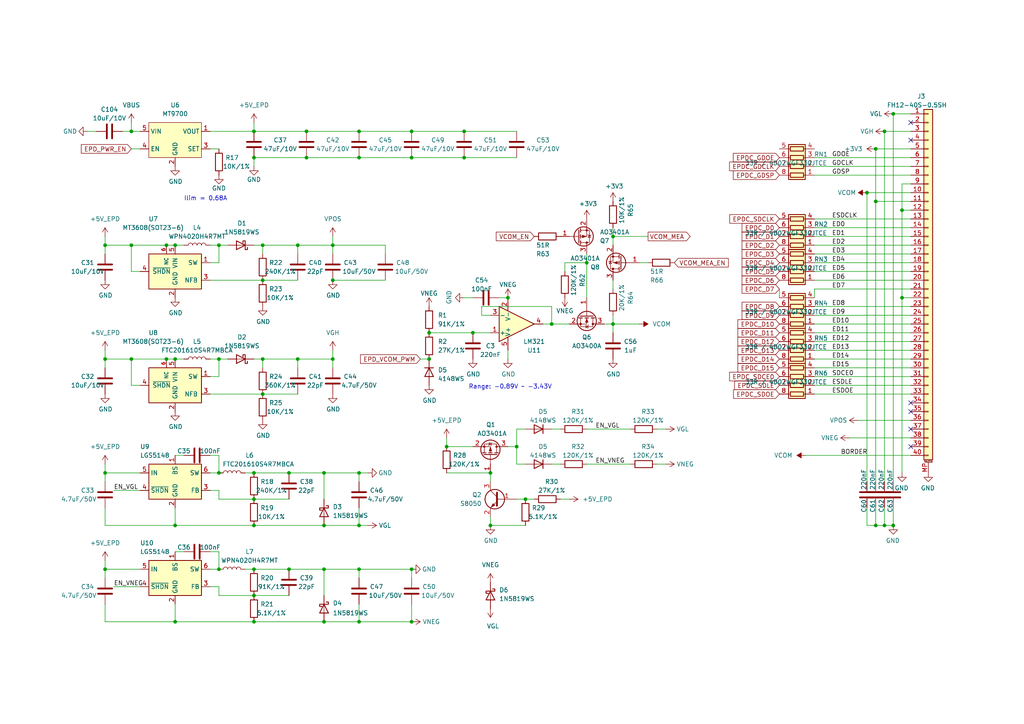
<source format=kicad_sch>
(kicad_sch (version 20231120) (generator "eeschema") (generator_version "8.0")
  (paper "A4")
  (title_block (title "Caster EPDC") (date "2022-07-03") (rev "R0.4") (company "Copyright 2022 Modos / Engineer: Wenting Zhang"))
  (junction (at 160.02 93.98))
  (junction (at 50.8 180.34))
  (junction (at 177.8 68.58))
  (junction (at 170.18 76.2))
  (junction (at 50.8 104.14))
  (junction (at 137.16 96.52))
  (junction (at 50.8 71.12))
  (junction (at 104.14 45.72))
  (junction (at 149.86 129.54))
  (junction (at 76.2 71.12))
  (junction (at 129.54 129.54))
  (junction (at 119.38 38.1))
  (junction (at 119.38 165.1))
  (junction (at 104.14 165.1))
  (junction (at 86.36 104.14))
  (junction (at 88.9 45.72))
  (junction (at 254 152.4) (diameter 0.9144))
  (junction (at 251.46 55.88))
  (junction (at 259.08 152.4) (diameter 0.9144))
  (junction (at 152.4 144.78))
  (junction (at 73.66 144.78) (diameter 0.9144))
  (junction (at 63.5 137.16))
  (junction (at 73.66 38.1))
  (junction (at 104.14 137.16))
  (junction (at 124.46 96.52))
  (junction (at 73.66 165.1) (diameter 0.9144))
  (junction (at 48.26 104.14))
  (junction (at 73.66 180.34))
  (junction (at 261.62 60.96) (diameter 0.9144))
  (junction (at 104.14 38.1))
  (junction (at 177.8 93.98))
  (junction (at 254 43.18))
  (junction (at 142.24 152.4))
  (junction (at 38.1 104.14))
  (junction (at 73.66 152.4))
  (junction (at 76.2 114.3) (diameter 0.9144))
  (junction (at 119.38 180.34))
  (junction (at 63.5 71.12))
  (junction (at 88.9 38.1))
  (junction (at 73.66 137.16) (diameter 0.9144))
  (junction (at 259.08 33.02) (diameter 0.9144))
  (junction (at 63.5 104.14))
  (junction (at 38.1 38.1))
  (junction (at 38.1 71.12))
  (junction (at 30.48 165.1))
  (junction (at 124.46 104.14))
  (junction (at 256.54 152.4) (diameter 0.9144))
  (junction (at 147.32 86.36))
  (junction (at 256.54 38.1) (diameter 0.9144))
  (junction (at 104.14 152.4))
  (junction (at 50.8 152.4))
  (junction (at 48.26 71.12))
  (junction (at 104.14 180.34))
  (junction (at 119.38 45.72))
  (junction (at 83.82 165.1))
  (junction (at 96.52 71.12))
  (junction (at 142.24 137.16))
  (junction (at 96.52 81.28))
  (junction (at 96.52 104.14))
  (junction (at 93.98 180.34))
  (junction (at 76.2 104.14))
  (junction (at 86.36 71.12))
  (junction (at 63.5 165.1))
  (junction (at 134.62 45.72))
  (junction (at 73.66 172.72) (diameter 0.9144))
  (junction (at 73.66 45.72))
  (junction (at 93.98 137.16))
  (junction (at 93.98 152.4))
  (junction (at 30.48 137.16))
  (junction (at 83.82 137.16))
  (junction (at 76.2 81.28) (diameter 0.9144))
  (junction (at 93.98 165.1))
  (junction (at 261.62 86.36) (diameter 0.9144))
  (junction (at 30.48 104.14))
  (junction (at 30.48 71.12))
  (junction (at 254 58.42) (diameter 0.9144))
  (junction (at 134.62 38.1))
  (no_connect (at 264.16 129.54))
  (no_connect (at 264.16 116.84))
  (no_connect (at 264.16 119.38))
  (no_connect (at 264.16 124.46))
  (no_connect (at 264.16 35.56))
  (no_connect (at 264.16 40.64))
  (wire (pts (xy 30.48 175.26) (xy 30.48 180.34)))
  (wire (pts (xy 63.5 71.12) (xy 66.04 71.12)))
  (wire (pts (xy 60.96 170.18) (xy 63.5 170.18)))
  (wire (pts (xy 137.16 86.36) (xy 134.62 86.36)))
  (wire (pts (xy 236.22 68.58) (xy 264.16 68.58)))
  (wire (pts (xy 149.86 134.62) (xy 152.4 134.62)))
  (wire (pts (xy 86.36 71.12) (xy 86.36 73.66)))
  (wire (pts (xy 73.66 144.78) (xy 63.5 144.78)))
  (wire (pts (xy 147.32 129.54) (xy 149.86 129.54)))
  (wire (pts (xy 73.66 38.1) (xy 88.9 38.1)))
  (wire (pts (xy 236.22 83.82) (xy 264.16 83.82)))
  (wire (pts (xy 256.54 38.1) (xy 264.16 38.1)))
  (wire (pts (xy 163.83 76.2) (xy 163.83 78.74)))
  (wire (pts (xy 73.66 137.16) (xy 83.82 137.16)))
  (wire (pts (xy 139.7 91.44) (xy 142.24 91.44)))
  (wire (pts (xy 50.8 152.4) (xy 73.66 152.4)))
  (wire (pts (xy 134.62 45.72) (xy 149.86 45.72)))
  (wire (pts (xy 76.2 114.3) (xy 86.36 114.3)))
  (wire (pts (xy 30.48 162.56) (xy 30.48 165.1)))
  (wire (pts (xy 30.48 71.12) (xy 30.48 73.66)))
  (wire (pts (xy 38.1 43.18) (xy 40.64 43.18)))
  (wire (pts (xy 254 58.42) (xy 254 139.7)))
  (wire (pts (xy 73.66 172.72) (xy 83.82 172.72)))
  (wire (pts (xy 177.8 66.04) (xy 177.8 68.58)))
  (wire (pts (xy 236.22 45.72) (xy 264.16 45.72)))
  (wire (pts (xy 251.46 55.88) (xy 264.16 55.88)))
  (wire (pts (xy 175.26 93.98) (xy 177.8 93.98)))
  (wire (pts (xy 160.02 124.46) (xy 162.56 124.46)))
  (wire (pts (xy 236.22 63.5) (xy 264.16 63.5)))
  (wire (pts (xy 96.52 71.12) (xy 96.52 73.66)))
  (wire (pts (xy 50.8 132.08) (xy 53.34 132.08)))
  (wire (pts (xy 236.22 73.66) (xy 264.16 73.66)))
  (wire (pts (xy 30.48 137.16) (xy 30.48 139.7)))
  (wire (pts (xy 236.22 99.06) (xy 264.16 99.06)))
  (wire (pts (xy 226.06 83.82) (xy 226.06 86.36)))
  (wire (pts (xy 261.62 53.34) (xy 261.62 60.96)))
  (wire (pts (xy 119.38 38.1) (xy 134.62 38.1)))
  (wire (pts (xy 236.22 88.9) (xy 264.16 88.9)))
  (wire (pts (xy 60.96 81.28) (xy 76.2 81.28)))
  (wire (pts (xy 121.92 104.14) (xy 124.46 104.14)))
  (wire (pts (xy 149.86 124.46) (xy 149.86 129.54)))
  (wire (pts (xy 124.46 96.52) (xy 137.16 96.52)))
  (wire (pts (xy 177.8 91.44) (xy 177.8 93.98)))
  (wire (pts (xy 60.96 109.22) (xy 63.5 109.22)))
  (wire (pts (xy 38.1 71.12) (xy 38.1 78.74)))
  (wire (pts (xy 38.1 71.12) (xy 48.26 71.12)))
  (wire (pts (xy 104.14 45.72) (xy 119.38 45.72)))
  (wire (pts (xy 48.26 104.14) (xy 50.8 104.14)))
  (wire (pts (xy 190.5 134.62) (xy 193.04 134.62)))
  (wire (pts (xy 104.14 180.34) (xy 119.38 180.34)))
  (wire (pts (xy 93.98 137.16) (xy 93.98 144.78)))
  (wire (pts (xy 236.22 106.68) (xy 264.16 106.68)))
  (wire (pts (xy 261.62 60.96) (xy 261.62 86.36)))
  (wire (pts (xy 63.5 104.14) (xy 66.04 104.14)))
  (wire (pts (xy 73.66 104.14) (xy 76.2 104.14)))
  (wire (pts (xy 96.52 101.6) (xy 96.52 104.14)))
  (wire (pts (xy 93.98 137.16) (xy 104.14 137.16)))
  (wire (pts (xy 50.8 104.14) (xy 53.34 104.14)))
  (wire (pts (xy 60.96 160.02) (xy 63.5 160.02)))
  (wire (pts (xy 236.22 109.22) (xy 264.16 109.22)))
  (wire (pts (xy 157.48 93.98) (xy 160.02 93.98)))
  (wire (pts (xy 177.8 93.98) (xy 177.8 96.52)))
  (wire (pts (xy 63.5 165.1) (xy 60.96 165.1)))
  (wire (pts (xy 40.64 111.76) (xy 38.1 111.76)))
  (wire (pts (xy 30.48 180.34) (xy 50.8 180.34)))
  (wire (pts (xy 119.38 165.1) (xy 119.38 167.64)))
  (wire (pts (xy 73.66 165.1) (xy 83.82 165.1)))
  (wire (pts (xy 163.83 76.2) (xy 170.18 76.2)))
  (wire (pts (xy 177.8 81.28) (xy 177.8 83.82)))
  (wire (pts (xy 149.86 129.54) (xy 149.86 134.62)))
  (wire (pts (xy 236.22 81.28) (xy 264.16 81.28)))
  (wire (pts (xy 73.66 172.72) (xy 63.5 172.72)))
  (wire (pts (xy 236.22 93.98) (xy 264.16 93.98)))
  (wire (pts (xy 60.96 114.3) (xy 76.2 114.3)))
  (wire (pts (xy 104.14 165.1) (xy 119.38 165.1)))
  (wire (pts (xy 63.5 142.24) (xy 63.5 144.78)))
  (wire (pts (xy 88.9 45.72) (xy 104.14 45.72)))
  (wire (pts (xy 76.2 81.28) (xy 86.36 81.28)))
  (wire (pts (xy 170.18 134.62) (xy 182.88 134.62)))
  (wire (pts (xy 73.66 38.1) (xy 73.66 35.56)))
  (wire (pts (xy 50.8 180.34) (xy 73.66 180.34)))
  (wire (pts (xy 83.82 165.1) (xy 93.98 165.1)))
  (wire (pts (xy 254 43.18) (xy 264.16 43.18)))
  (wire (pts (xy 60.96 43.18) (xy 63.5 43.18)))
  (wire (pts (xy 160.02 93.98) (xy 165.1 93.98)))
  (wire (pts (xy 30.48 104.14) (xy 30.48 106.68)))
  (wire (pts (xy 63.5 170.18) (xy 63.5 172.72)))
  (wire (pts (xy 236.22 50.8) (xy 264.16 50.8)))
  (wire (pts (xy 76.2 71.12) (xy 86.36 71.12)))
  (wire (pts (xy 76.2 104.14) (xy 86.36 104.14)))
  (wire (pts (xy 162.56 144.78) (xy 165.1 144.78)))
  (wire (pts (xy 177.8 68.58) (xy 187.96 68.58)))
  (wire (pts (xy 129.54 127) (xy 129.54 129.54)))
  (wire (pts (xy 48.26 71.12) (xy 50.8 71.12)))
  (wire (pts (xy 38.1 104.14) (xy 48.26 104.14)))
  (wire (pts (xy 119.38 175.26) (xy 119.38 180.34)))
  (wire (pts (xy 149.86 144.78) (xy 152.4 144.78)))
  (wire (pts (xy 96.52 81.28) (xy 111.76 81.28)))
  (wire (pts (xy 25.4 38.1) (xy 27.94 38.1)))
  (wire (pts (xy 251.46 147.32) (xy 251.46 152.4)))
  (wire (pts (xy 104.14 152.4) (xy 106.68 152.4)))
  (wire (pts (xy 256.54 152.4) (xy 259.08 152.4)))
  (wire (pts (xy 40.64 78.74) (xy 38.1 78.74)))
  (wire (pts (xy 236.22 114.3) (xy 264.16 114.3)))
  (wire (pts (xy 251.46 55.88) (xy 251.46 139.7)))
  (wire (pts (xy 236.22 96.52) (xy 264.16 96.52)))
  (wire (pts (xy 261.62 86.36) (xy 264.16 86.36)))
  (wire (pts (xy 73.66 165.1) (xy 71.12 165.1)))
  (wire (pts (xy 142.24 137.16) (xy 142.24 139.7)))
  (wire (pts (xy 30.48 101.6) (xy 30.48 104.14)))
  (wire (pts (xy 261.62 86.36) (xy 261.62 137.16)))
  (wire (pts (xy 104.14 165.1) (xy 104.14 167.64)))
  (wire (pts (xy 259.08 33.02) (xy 259.08 139.7)))
  (wire (pts (xy 73.66 180.34) (xy 93.98 180.34)))
  (wire (pts (xy 76.2 104.14) (xy 76.2 106.68)))
  (wire (pts (xy 111.76 71.12) (xy 111.76 73.66)))
  (wire (pts (xy 63.5 137.16) (xy 60.96 137.16)))
  (wire (pts (xy 73.66 152.4) (xy 93.98 152.4)))
  (wire (pts (xy 236.22 91.44) (xy 264.16 91.44)))
  (wire (pts (xy 259.08 147.32) (xy 259.08 152.4)))
  (wire (pts (xy 63.5 76.2) (xy 63.5 71.12)))
  (wire (pts (xy 96.52 71.12) (xy 111.76 71.12)))
  (wire (pts (xy 104.14 137.16) (xy 104.14 139.7)))
  (wire (pts (xy 142.24 149.86) (xy 142.24 152.4)))
  (wire (pts (xy 63.5 160.02) (xy 63.5 165.1)))
  (wire (pts (xy 50.8 147.32) (xy 50.8 152.4)))
  (wire (pts (xy 129.54 137.16) (xy 142.24 137.16)))
  (wire (pts (xy 60.96 104.14) (xy 63.5 104.14)))
  (wire (pts (xy 104.14 147.32) (xy 104.14 152.4)))
  (wire (pts (xy 60.96 71.12) (xy 63.5 71.12)))
  (wire (pts (xy 236.22 101.6) (xy 264.16 101.6)))
  (wire (pts (xy 137.16 96.52) (xy 142.24 96.52)))
  (wire (pts (xy 83.82 137.16) (xy 93.98 137.16)))
  (wire (pts (xy 104.14 137.16) (xy 106.68 137.16)))
  (wire (pts (xy 76.2 71.12) (xy 76.2 73.66)))
  (wire (pts (xy 139.7 88.9) (xy 139.7 91.44)))
  (wire (pts (xy 93.98 180.34) (xy 104.14 180.34)))
  (wire (pts (xy 86.36 71.12) (xy 96.52 71.12)))
  (wire (pts (xy 152.4 124.46) (xy 149.86 124.46)))
  (wire (pts (xy 104.14 38.1) (xy 119.38 38.1)))
  (wire (pts (xy 93.98 152.4) (xy 104.14 152.4)))
  (wire (pts (xy 259.08 33.02) (xy 264.16 33.02)))
  (wire (pts (xy 30.48 147.32) (xy 30.48 152.4)))
  (wire (pts (xy 190.5 124.46) (xy 193.04 124.46)))
  (wire (pts (xy 254 58.42) (xy 264.16 58.42)))
  (wire (pts (xy 119.38 45.72) (xy 134.62 45.72)))
  (wire (pts (xy 129.54 129.54) (xy 137.16 129.54)))
  (wire (pts (xy 63.5 109.22) (xy 63.5 104.14)))
  (wire (pts (xy 88.9 38.1) (xy 104.14 38.1)))
  (wire (pts (xy 35.56 38.1) (xy 38.1 38.1)))
  (wire (pts (xy 236.22 104.14) (xy 264.16 104.14)))
  (wire (pts (xy 38.1 35.56) (xy 38.1 38.1)))
  (wire (pts (xy 170.18 124.46) (xy 182.88 124.46)))
  (wire (pts (xy 73.66 45.72) (xy 88.9 45.72)))
  (wire (pts (xy 261.62 60.96) (xy 264.16 60.96)))
  (wire (pts (xy 256.54 38.1) (xy 256.54 139.7)))
  (wire (pts (xy 93.98 165.1) (xy 93.98 172.72)))
  (wire (pts (xy 33.02 142.24) (xy 40.64 142.24)))
  (wire (pts (xy 30.48 165.1) (xy 40.64 165.1)))
  (wire (pts (xy 30.48 71.12) (xy 38.1 71.12)))
  (wire (pts (xy 256.54 147.32) (xy 256.54 152.4)))
  (wire (pts (xy 73.66 45.72) (xy 73.66 48.26)))
  (wire (pts (xy 96.52 68.58) (xy 96.52 71.12)))
  (wire (pts (xy 73.66 71.12) (xy 76.2 71.12)))
  (wire (pts (xy 30.48 137.16) (xy 40.64 137.16)))
  (wire (pts (xy 104.14 175.26) (xy 104.14 180.34)))
  (wire (pts (xy 147.32 101.6) (xy 147.32 104.14)))
  (wire (pts (xy 33.02 170.18) (xy 40.64 170.18)))
  (wire (pts (xy 147.32 86.36) (xy 144.78 86.36)))
  (wire (pts (xy 63.5 132.08) (xy 63.5 137.16)))
  (wire (pts (xy 177.8 93.98) (xy 185.42 93.98)))
  (wire (pts (xy 50.8 71.12) (xy 53.34 71.12)))
  (wire (pts (xy 73.66 137.16) (xy 71.12 137.16)))
  (wire (pts (xy 246.38 127) (xy 264.16 127)))
  (wire (pts (xy 86.36 104.14) (xy 96.52 104.14)))
  (wire (pts (xy 60.96 142.24) (xy 63.5 142.24)))
  (wire (pts (xy 236.22 66.04) (xy 264.16 66.04)))
  (wire (pts (xy 170.18 73.66) (xy 170.18 76.2)))
  (wire (pts (xy 96.52 104.14) (xy 96.52 106.68)))
  (wire (pts (xy 38.1 104.14) (xy 38.1 111.76)))
  (wire (pts (xy 30.48 165.1) (xy 30.48 167.64)))
  (wire (pts (xy 30.48 104.14) (xy 38.1 104.14)))
  (wire (pts (xy 236.22 111.76) (xy 264.16 111.76)))
  (wire (pts (xy 236.22 76.2) (xy 264.16 76.2)))
  (wire (pts (xy 160.02 88.9) (xy 139.7 88.9)))
  (wire (pts (xy 236.22 83.82) (xy 236.22 86.36)))
  (wire (pts (xy 254 43.18) (xy 254 58.42)))
  (wire (pts (xy 170.18 76.2) (xy 170.18 86.36)))
  (wire (pts (xy 236.22 71.12) (xy 264.16 71.12)))
  (wire (pts (xy 152.4 144.78) (xy 154.94 144.78)))
  (wire (pts (xy 160.02 134.62) (xy 162.56 134.62)))
  (wire (pts (xy 248.92 121.92) (xy 264.16 121.92)))
  (wire (pts (xy 50.8 175.26) (xy 50.8 180.34)))
  (wire (pts (xy 134.62 38.1) (xy 149.86 38.1)))
  (wire (pts (xy 236.22 48.26) (xy 264.16 48.26)))
  (wire (pts (xy 160.02 93.98) (xy 160.02 88.9)))
  (wire (pts (xy 30.48 152.4) (xy 50.8 152.4)))
  (wire (pts (xy 251.46 152.4) (xy 254 152.4)))
  (wire (pts (xy 254 147.32) (xy 254 152.4)))
  (wire (pts (xy 142.24 152.4) (xy 152.4 152.4)))
  (wire (pts (xy 233.68 132.08) (xy 264.16 132.08)))
  (wire (pts (xy 60.96 132.08) (xy 63.5 132.08)))
  (wire (pts (xy 254 152.4) (xy 256.54 152.4)))
  (wire (pts (xy 50.8 160.02) (xy 53.34 160.02)))
  (wire (pts (xy 264.16 53.34) (xy 261.62 53.34)))
  (wire (pts (xy 73.66 144.78) (xy 83.82 144.78)))
  (wire (pts (xy 236.22 78.74) (xy 264.16 78.74)))
  (wire (pts (xy 38.1 38.1) (xy 40.64 38.1)))
  (wire (pts (xy 30.48 68.58) (xy 30.48 71.12)))
  (wire (pts (xy 177.8 71.12) (xy 177.8 68.58)))
  (wire (pts (xy 60.96 38.1) (xy 73.66 38.1)))
  (wire (pts (xy 93.98 165.1) (xy 104.14 165.1)))
  (wire (pts (xy 86.36 104.14) (xy 86.36 106.68)))
  (wire (pts (xy 30.48 134.62) (xy 30.48 137.16)))
  (wire (pts (xy 185.42 76.2) (xy 187.96 76.2)))
  (wire (pts (xy 60.96 76.2) (xy 63.5 76.2)))
  (text "Ilim = 0.68A" (at 53.34 58.42 0) (effects (font (size 1.27 1.27)) (justify left bottom)))
  (text "Range: -0.89V ~ -3.43V" (at 135.89 113.03 0) (effects (font (size 1.27 1.27)) (justify left bottom)))
  (label "EN_VGL" (at 33.02 142.24 0))
  (label "GDOE" (at 241.3 45.72 0))
  (label "ED15" (at 241.3 106.68 0))
  (label "ED14" (at 241.3 104.14 0))
  (label "ED13" (at 241.3 101.6 0))
  (label "ESDCLK" (at 241.3 63.5 0))
  (label "GDCLK" (at 241.3 48.26 0))
  (label "ESDLE" (at 241.3 111.76 0))
  (label "ED1" (at 241.3 68.58 0))
  (label "ED9" (at 241.3 91.44 0))
  (label "ED10" (at 241.3 93.98 0))
  (label "EN_VGL" (at 172.72 124.46 0))
  (label "ED11" (at 241.3 96.52 0))
  (label "EN_VNEG" (at 172.72 134.62 0))
  (label "ESDOE" (at 241.3 114.3 0))
  (label "ED7" (at 241.3 83.82 0))
  (label "ED6" (at 241.3 81.28 0))
  (label "ED2" (at 241.3 71.12 0))
  (label "GDSP" (at 241.3 50.8 0))
  (label "EN_VNEG" (at 33.02 170.18 0))
  (label "BORDER" (at 243.84 132.08 0))
  (label "ED5" (at 241.3 78.74 0))
  (label "ED12" (at 241.3 99.06 0))
  (label "ED4" (at 241.3 76.2 0))
  (label "ED3" (at 241.3 73.66 0))
  (label "ED8" (at 241.3 88.9 0))
  (label "SDCE0" (at 241.3 109.22 0))
  (label "ED0" (at 241.3 66.04 0))
  (global_label "EPDC_D2" (shape input) (at 226.06 71.12 180) (property "Intersheetrefs" "${INTERSHEET_REFS}" (effects (hide yes))))
  (global_label "EPDC_D9" (shape input) (at 226.06 91.44 180) (property "Intersheetrefs" "${INTERSHEET_REFS}" (effects (hide yes))))
  (global_label "VCOM_EN" (shape input) (at 154.94 68.58 180) (property "Intersheetrefs" "${INTERSHEET_REFS}" (effects (hide yes))))
  (global_label "EPDC_GDSP" (shape input) (at 226.06 50.8 180) (property "Intersheetrefs" "${INTERSHEET_REFS}" (effects (hide yes))))
  (global_label "EPDC_D4" (shape input) (at 226.06 76.2 180) (property "Intersheetrefs" "${INTERSHEET_REFS}" (effects (hide yes))))
  (global_label "EPDC_D11" (shape input) (at 226.06 96.52 180) (property "Intersheetrefs" "${INTERSHEET_REFS}" (effects (hide yes))))
  (global_label "EPDC_D15" (shape input) (at 226.06 106.68 180) (property "Intersheetrefs" "${INTERSHEET_REFS}" (effects (hide yes))))
  (global_label "EPDC_SDCLK" (shape input) (at 226.06 63.5 180) (property "Intersheetrefs" "${INTERSHEET_REFS}" (effects (hide yes))))
  (global_label "EPDC_GDOE" (shape input) (at 226.06 45.72 180) (property "Intersheetrefs" "${INTERSHEET_REFS}" (effects (hide yes))))
  (global_label "EPDC_D8" (shape input) (at 226.06 88.9 180) (property "Intersheetrefs" "${INTERSHEET_REFS}" (effects (hide yes))))
  (global_label "EPDC_GDCLK" (shape input) (at 226.06 48.26 180) (property "Intersheetrefs" "${INTERSHEET_REFS}" (effects (hide yes))))
  (global_label "VCOM_MEA" (shape output) (at 187.96 68.58 0) (property "Intersheetrefs" "${INTERSHEET_REFS}" (effects (hide yes))))
  (global_label "EPDC_D7" (shape input) (at 226.06 83.82 180) (property "Intersheetrefs" "${INTERSHEET_REFS}" (effects (hide yes))))
  (global_label "EPDC_SDOE" (shape input) (at 226.06 114.3 180) (property "Intersheetrefs" "${INTERSHEET_REFS}" (effects (hide yes))))
  (global_label "VCOM_MEA_EN" (shape input) (at 195.58 76.2 0) (property "Intersheetrefs" "${INTERSHEET_REFS}" (effects (hide yes))))
  (global_label "EPDC_D12" (shape input) (at 226.06 99.06 180) (property "Intersheetrefs" "${INTERSHEET_REFS}" (effects (hide yes))))
  (global_label "EPDC_D13" (shape input) (at 226.06 101.6 180) (property "Intersheetrefs" "${INTERSHEET_REFS}" (effects (hide yes))))
  (global_label "EPDC_D6" (shape input) (at 226.06 81.28 180) (property "Intersheetrefs" "${INTERSHEET_REFS}" (effects (hide yes))))
  (global_label "EPDC_D14" (shape input) (at 226.06 104.14 180) (property "Intersheetrefs" "${INTERSHEET_REFS}" (effects (hide yes))))
  (global_label "EPDC_SDLE" (shape input) (at 226.06 111.76 180) (property "Intersheetrefs" "${INTERSHEET_REFS}" (effects (hide yes))))
  (global_label "EPDC_D5" (shape input) (at 226.06 78.74 180) (property "Intersheetrefs" "${INTERSHEET_REFS}" (effects (hide yes))))
  (global_label "EPDC_D0" (shape input) (at 226.06 66.04 180) (property "Intersheetrefs" "${INTERSHEET_REFS}" (effects (hide yes))))
  (global_label "EPD_VCOM_PWM" (shape input) (at 121.92 104.14 180) (property "Intersheetrefs" "${INTERSHEET_REFS}" (effects (hide yes))))
  (global_label "EPDC_D10" (shape input) (at 226.06 93.98 180) (property "Intersheetrefs" "${INTERSHEET_REFS}" (effects (hide yes))))
  (global_label "EPDC_SDCE0" (shape input) (at 226.06 109.22 180) (property "Intersheetrefs" "${INTERSHEET_REFS}" (effects (hide yes))))
  (global_label "EPDC_D3" (shape input) (at 226.06 73.66 180) (property "Intersheetrefs" "${INTERSHEET_REFS}" (effects (hide yes))))
  (global_label "EPDC_D1" (shape input) (at 226.06 68.58 180) (property "Intersheetrefs" "${INTERSHEET_REFS}" (effects (hide yes))))
  (global_label "EPD_PWR_EN" (shape input) (at 38.1 43.18 180) (property "Intersheetrefs" "${INTERSHEET_REFS}" (effects (hide yes))))
  (symbol (lib_id "power:GND") (at 106.68 137.16 90) (unit 1)
    (property "Reference" "#PWR068" (effects (hide yes)))
    (property "Value" "GND" (at 111.76 137.16 90))
  )
  (symbol (lib_id "symbols:VNEG") (at 246.38 127 90) (unit 1)
    (property "Reference" "#PWR088" (effects (hide yes)))
    (property "Value" "VNEG" (at 240.665 127 90))
  )
  (symbol (lib_id "Device:C") (at 140.97 86.36 90) (mirror x) (unit 1)
    (property "Reference" "C54" (at 139.7 81.28 90))
    (property "Value" "100nF" (at 139.7 83.82 90))
    (property "Footprint" "Capacitor_SMD:C_0402_1005Metric" (effects (hide yes)))
  )
  (symbol (lib_id "symbols:+5V_EPD") (at 30.48 101.6 0) (unit 1)
    (property "Reference" "#PWR051" (effects (hide yes)))
    (property "Value" "+5V_EPD" (at 30.48 96.52 0))
  )
  (symbol (lib_id "symbols:VNEG") (at 124.46 88.9 0) (unit 1)
    (property "Reference" "#PWR072" (effects (hide yes)))
    (property "Value" "VNEG" (at 124.46 85.09 0))
  )
  (symbol (lib_id "Device:C") (at 57.15 132.08 270) (unit 1)
    (property "Reference" "C35" (at 53.34 130.81 90))
    (property "Value" "100nF" (at 60.96 130.81 90))
    (property "Footprint" "Capacitor_SMD:C_0402_1005Metric" (effects (hide yes)))
  )
  (symbol (lib_id "Device:R") (at 158.75 68.58 90) (unit 1)
    (property "Reference" "R63" (at 157.48 73.66 90))
    (property "Value" "51R" (at 157.48 71.12 90))
    (property "Footprint" "Resistor_SMD:R_0402_1005Metric" (effects (hide yes)))
  )
  (symbol (lib_id "Device:R_Pack04") (at 231.14 88.9 90) (unit 1)
    (property "Reference" "RN4" (at 240.1316 87.9348 90) (effects (justify left)))
    (property "Value" "33R / 4D02WGF330JTCE" (at 239.903 90.4748 90) (effects (justify left)))
    (property "Footprint" "Resistor_SMD:R_Array_Convex_4x0402" (effects (hide yes)))
  )
  (symbol (lib_id "Device:R") (at 152.4 148.59 180) (unit 1)
    (property "Reference" "R29" (at 156.21 147.32 0))
    (property "Value" "5.1K/1%" (at 157.48 149.86 0))
    (property "Footprint" "Resistor_SMD:R_0402_1005Metric" (effects (hide yes)))
  )
  (symbol (lib_id "Device:R") (at 163.83 82.55 0) (mirror y) (unit 1)
    (property "Reference" "R62" (at 168.91 81.28 90))
    (property "Value" "120K/1%" (at 166.37 81.28 90))
    (property "Footprint" "Resistor_SMD:R_0402_1005Metric" (effects (hide yes)))
  )
  (symbol (lib_id "symbols:SY8120") (at 50.8 139.7 0) (unit 1)
    (property "Reference" "U9" (at 40.64 129.54 0) (effects (justify left)))
    (property "Value" "LGS5148" (at 40.64 132.08 0) (effects (justify left)))
    (property "Footprint" "Package_TO_SOT_SMD:TSOT-23-6" (effects (hide yes)))
  )
  (symbol (lib_id "symbols:+5V_EPD") (at 165.1 144.78 270) (unit 1)
    (property "Reference" "#PWR083" (effects (hide yes)))
    (property "Value" "+5V_EPD" (at 168.91 144.78 90) (effects (justify left)))
  )
  (symbol (lib_id "Device:C") (at 149.86 41.91 0) (mirror x) (unit 1)
    (property "Reference" "C53" (at 157.48 40.64 0))
    (property "Value" "47uF/10V" (at 157.48 43.18 0))
    (property "Footprint" "Capacitor_SMD:C_1206_3216Metric" (effects (hide yes)))
    (property "LCSC" "C105490" (effects (hide yes)))
    (property "Ref.Price" "0.0165" (effects (hide yes)))
  )
  (symbol (lib_id "Device:C") (at 259.08 143.51 0) (unit 1)
    (property "Reference" "C63" (at 258.191 148.6916 90) (effects (justify left)))
    (property "Value" "220nF" (at 258.191 142.113 90) (effects (justify left)))
    (property "Footprint" "Capacitor_SMD:C_0402_1005Metric" (effects (hide yes)))
    (property "LCSC" "C880414" (effects (hide yes)))
    (property "Ref.Price" "0.0036" (effects (hide yes)))
  )
  (symbol (lib_id "Device:C") (at 73.66 41.91 0) (mirror x) (unit 1)
    (property "Reference" "C37" (at 81.28 40.64 0))
    (property "Value" "47uF/10V" (at 81.28 43.18 0))
    (property "Footprint" "Capacitor_SMD:C_1206_3216Metric" (effects (hide yes)))
    (property "LCSC" "C105490" (effects (hide yes)))
    (property "Ref.Price" "0.0165" (effects (hide yes)))
  )
  (symbol (lib_id "Device:L") (at 57.15 71.12 90) (unit 1)
    (property "Reference" "L4" (at 57.15 66.04 90))
    (property "Value" "WPN4020H4R7MT" (at 57.15 68.58 90))
    (property "Footprint" "Inductor_SMD:L_Changjiang_FNR4020S" (effects (hide yes)))
  )
  (symbol (lib_id "Device:R") (at 73.66 140.97 180) (unit 1)
    (property "Reference" "R18" (at 77.47 139.7 0))
    (property "Value" "240K/1%" (at 78.74 142.24 0))
    (property "Footprint" "Resistor_SMD:R_0402_1005Metric" (effects (hide yes)))
  )
  (symbol (lib_id "Device:C") (at 31.75 38.1 90) (unit 1)
    (property "Reference" "C104" (at 31.75 31.75 90))
    (property "Value" "10uF/10V" (at 31.75 34.29 90))
    (property "Footprint" "Capacitor_SMD:C_0805_2012Metric" (effects (hide yes)))
  )
  (symbol (lib_id "Device:R") (at 186.69 124.46 270) (unit 1)
    (property "Reference" "R33" (at 187.96 119.38 90))
    (property "Value" "120K/1%" (at 187.96 121.92 90))
    (property "Footprint" "Resistor_SMD:R_0402_1005Metric" (effects (hide yes)))
  )
  (symbol (lib_id "Device:C") (at 251.46 143.51 0) (unit 1)
    (property "Reference" "C60" (at 250.571 148.6916 90) (effects (justify left)))
    (property "Value" "220nF" (at 250.571 142.113 90) (effects (justify left)))
    (property "Footprint" "Capacitor_SMD:C_0402_1005Metric" (effects (hide yes)))
    (property "LCSC" "C880414" (effects (hide yes)))
    (property "Ref.Price" "0.0036" (effects (hide yes)))
  )
  (symbol (lib_id "power:+3V3") (at 254 43.18 90) (unit 1)
    (property "Reference" "#PWR091" (effects (hide yes)))
    (property "Value" "+3V3" (at 250.19 43.18 90) (effects (justify left)))
  )
  (symbol (lib_id "Diode:1N5819WS") (at 93.98 176.53 270) (unit 1)
    (property "Reference" "D4" (at 96.52 174.9425 90) (effects (justify left)))
    (property "Value" "1N5819WS" (at 96.52 177.8 90) (effects (justify left)))
    (property "Footprint" "Diode_SMD:D_SOD-323" (effects (hide yes)))
    (property "Datasheet" "https://datasheet.lcsc.com/lcsc/2204281430_Guangdong-Hottech-1N5819WS_C191023.pdf" (effects (hide yes)))
  )
  (symbol (lib_id "Device:R") (at 166.37 134.62 270) (unit 1)
    (property "Reference" "R32" (at 167.64 129.54 90))
    (property "Value" "120K/1%" (at 167.64 132.08 90))
    (property "Footprint" "Resistor_SMD:R_0402_1005Metric" (effects (hide yes)))
  )
  (symbol (lib_id "symbols:VNEG") (at 119.38 180.34 270) (unit 1)
    (property "Reference" "#PWR071" (effects (hide yes)))
    (property "Value" "VNEG" (at 125.095 180.34 90))
  )
  (symbol (lib_id "symbols:VGL") (at 106.68 152.4 270) (unit 1)
    (property "Reference" "#PWR069" (effects (hide yes)))
    (property "Value" "VGL" (at 109.855 152.4001 90) (effects (justify left)))
  )
  (symbol (lib_id "Device:R") (at 129.54 133.35 180) (unit 1)
    (property "Reference" "R28" (at 133.35 132.08 0))
    (property "Value" "120K/1%" (at 134.62 134.62 0))
    (property "Footprint" "Resistor_SMD:R_0402_1005Metric" (effects (hide yes)))
  )
  (symbol (lib_id "power:GND") (at 261.62 137.16 0) (mirror y) (unit 1)
    (property "Reference" "#PWR095" (effects (hide yes)))
    (property "Value" "GND" (at 261.493 141.5542 0))
  )
  (symbol (lib_id "Device:R") (at 191.77 76.2 90) (unit 1)
    (property "Reference" "R66" (at 190.5 81.28 90))
    (property "Value" "51R" (at 190.5 78.74 90))
    (property "Footprint" "Resistor_SMD:R_0402_1005Metric" (effects (hide yes)))
  )
  (symbol (lib_id "symbols:VGH") (at 96.52 101.6 0) (unit 1)
    (property "Reference" "#PWR066" (effects (hide yes)))
    (property "Value" "VGH" (at 96.52 96.52 0))
  )
  (symbol (lib_id "Device:C") (at 111.76 77.47 180) (unit 1)
    (property "Reference" "C48" (at 116.84 76.2 0))
    (property "Value" "10uF/50V" (at 119.38 78.74 0))
    (property "Footprint" "Capacitor_SMD:C_1206_3216Metric" (effects (hide yes)))
  )
  (symbol (lib_id "power:GND") (at 142.24 152.4 0) (unit 1)
    (property "Reference" "#PWR076" (effects (hide yes)))
    (property "Value" "GND" (at 142.367 156.7942 0))
  )
  (symbol (lib_id "Device:D") (at 156.21 124.46 180) (unit 1)
    (property "Reference" "D5" (at 157.48 119.38 0))
    (property "Value" "4148WS" (at 157.48 121.92 0))
    (property "Footprint" "Diode_SMD:D_SOD-323" (effects (hide yes)))
    (property "Sim.Device" "D" (effects (hide yes)))
    (property "Sim.Pins" "1=K 2=A" (effects (hide yes)))
    (instances (project "adapter" (path "" (reference "D5") (unit 1))) (project "pcb" (path "" (reference "D7") (unit 1))))
  )
  (symbol (lib_id "power:GND") (at 269.24 137.16 0) (mirror y) (unit 1)
    (property "Reference" "#PWR096" (effects (hide yes)))
    (property "Value" "GND" (at 269.113 141.5542 0))
  )
  (symbol (lib_id "Device:D") (at 156.21 134.62 180) (unit 1)
    (property "Reference" "D5" (at 157.48 129.54 0))
    (property "Value" "4148WS" (at 157.48 132.08 0))
    (property "Footprint" "Diode_SMD:D_SOD-323" (effects (hide yes)))
    (property "Sim.Device" "D" (effects (hide yes)))
    (property "Sim.Pins" "1=K 2=A" (effects (hide yes)))
    (instances (project "adapter" (path "" (reference "D5") (unit 1))) (project "pcb" (path "" (reference "D8") (unit 1))))
  )
  (symbol (lib_id "Device:R_Pack04") (at 231.14 109.22 90) (unit 1)
    (property "Reference" "RN6" (at 240.1316 108.2548 90) (effects (justify left)))
    (property "Value" "33R / 4D02WGF330JTCE" (at 239.903 110.7948 90) (effects (justify left)))
    (property "Footprint" "Resistor_SMD:R_Array_Convex_4x0402" (effects (hide yes)))
  )
  (symbol (lib_id "Device:R_Pack04") (at 231.14 99.06 90) (unit 1)
    (property "Reference" "RN5" (at 240.1316 98.0948 90) (effects (justify left)))
    (property "Value" "33R / 4D02WGF330JTCE" (at 239.903 100.6348 90) (effects (justify left)))
    (property "Footprint" "Resistor_SMD:R_Array_Convex_4x0402" (effects (hide yes)))
  )
  (symbol (lib_id "Device:C") (at 30.48 110.49 0) (mirror x) (unit 1)
    (property "Reference" "C32" (at 25.4 109.22 0))
    (property "Value" "10uF/10V" (at 25.4 111.76 0))
    (property "Footprint" "Capacitor_SMD:C_0805_2012Metric" (effects (hide yes)))
  )
  (symbol (lib_id "symbols:MT3608(SOT23-6)") (at 50.8 111.76 0) (unit 1)
    (property "Reference" "U8" (at 44.45 96.52 0))
    (property "Value" "MT3608(SOT23-6)" (at 44.45 99.06 0))
    (property "Footprint" "Package_TO_SOT_SMD:SOT-23-6" (effects (hide yes)))
  )
  (symbol (lib_id "Device:C") (at 30.48 77.47 0) (mirror x) (unit 1)
    (property "Reference" "C31" (at 25.4 76.2 0))
    (property "Value" "10uF/10V" (at 25.4 78.74 0))
    (property "Footprint" "Capacitor_SMD:C_0805_2012Metric" (effects (hide yes)))
  )
  (symbol (lib_id "power:GND") (at 259.08 152.4 0) (mirror y) (unit 1)
    (property "Reference" "#PWR094" (effects (hide yes)))
    (property "Value" "GND" (at 258.953 156.7942 0))
  )
  (symbol (lib_id "Device:R") (at 76.2 110.49 180) (unit 1)
    (property "Reference" "R24" (at 80.01 109.22 0))
    (property "Value" "360K/1%" (at 81.28 111.76 0))
    (property "Footprint" "Resistor_SMD:R_0402_1005Metric" (effects (hide yes)))
  )
  (symbol (lib_id "power:GND") (at 124.46 111.76 0) (unit 1)
    (property "Reference" "#PWR011" (effects (hide yes)))
    (property "Value" "GND" (at 124.587 116.1542 0))
    (instances (project "adapter" (path "" (reference "#PWR011") (unit 1))) (project "pcb" (path "" (reference "#PWR073") (unit 1))))
  )
  (symbol (lib_id "power:GND") (at 50.8 86.36 0) (unit 1)
    (property "Reference" "#PWR057" (effects (hide yes)))
    (property "Value" "GND" (at 50.927 90.7542 0))
  )
  (symbol (lib_id "Device:C") (at 57.15 160.02 270) (unit 1)
    (property "Reference" "C36" (at 53.34 158.75 90))
    (property "Value" "100nF" (at 60.96 158.75 90))
    (property "Footprint" "Capacitor_SMD:C_0402_1005Metric" (effects (hide yes)))
  )
  (symbol (lib_id "Amplifier_Operational:LM321") (at 149.86 93.98 0) (mirror x) (unit 1)
    (property "Reference" "U11" (at 154.94 101.6 0))
    (property "Value" "LM321" (at 154.94 99.06 0))
    (property "Footprint" "Package_TO_SOT_SMD:SOT-23-5" (effects (hide yes)))
    (property "Datasheet" "http://www.ti.com/lit/ds/symlink/lm321.pdf" (effects (hide yes)))
  )
  (symbol (lib_id "Device:Q_PMOS_GSD") (at 180.34 76.2 180) (unit 1)
    (property "Reference" "Q8" (at 173.99 77.47 0) (effects (justify left)))
    (property "Value" "AO3401A" (at 173.99 74.93 0) (effects (justify left)))
    (property "Footprint" "Package_TO_SOT_SMD:SOT-23" (effects (hide yes)))
  )
  (symbol (lib_id "symbols:MT3608(SOT23-6)") (at 50.8 78.74 0) (unit 1)
    (property "Reference" "U7" (at 44.45 63.5 0))
    (property "Value" "MT3608(SOT23-6)" (at 44.45 66.04 0))
    (property "Footprint" "Package_TO_SOT_SMD:SOT-23-6" (effects (hide yes)))
  )
  (symbol (lib_id "Device:L") (at 67.31 137.16 90) (unit 1)
    (property "Reference" "L6" (at 72.39 132.08 90))
    (property "Value" "FTC201610S4R7MBCA" (at 74.93 134.62 90))
    (property "Footprint" "Inductor_SMD:L_Murata_DFE201610P" (effects (hide yes)))
  )
  (symbol (lib_id "Device:Q_NPN_BEC") (at 144.78 144.78 0) (mirror y) (unit 1)
    (property "Reference" "Q2" (at 139.7 143.51 0) (effects (justify left)))
    (property "Value" "S8050" (at 139.7 146.05 0) (effects (justify left)))
    (property "Footprint" "Package_TO_SOT_SMD:SOT-23" (effects (hide yes)))
  )
  (symbol (lib_id "power:+3V3") (at 170.18 63.5 0) (unit 1)
    (property "Reference" "#PWR0146" (effects (hide yes)))
    (property "Value" "+3V3" (at 170.561 59.1058 0))
  )
  (symbol (lib_id "symbols:VGL") (at 259.08 33.02 90) (unit 1)
    (property "Reference" "#PWR093" (effects (hide yes)))
    (property "Value" "VGL" (at 255.905 33.0199 90) (effects (justify left)))
  )
  (symbol (lib_id "power:+3V3") (at 177.8 58.42 0) (unit 1)
    (property "Reference" "#PWR0147" (effects (hide yes)))
    (property "Value" "+3V3" (at 178.181 54.0258 0))
  )
  (symbol (lib_id "Device:C") (at 30.48 171.45 180) (unit 1)
    (property "Reference" "C34" (at 25.4 170.18 0))
    (property "Value" "4.7uF/50V" (at 22.86 172.72 0))
    (property "Footprint" "Capacitor_SMD:C_0805_2012Metric" (effects (hide yes)))
  )
  (symbol (lib_id "Device:C") (at 137.16 100.33 180) (unit 1)
    (property "Reference" "C3" (at 142.24 100.33 0))
    (property "Value" "220nF" (at 142.24 102.87 0))
    (property "Footprint" "Capacitor_SMD:C_0402_1005Metric" (effects (hide yes)))
    (instances (project "adapter" (path "" (reference "C3") (unit 1))) (project "pcb" (path "" (reference "C52") (unit 1))))
  )
  (symbol (lib_id "Connector_Generic_MountingPin:Conn_01x40_MountingPin") (at 269.24 81.28 0) (unit 1)
    (property "Reference" "J3" (at 267.208 27.94 0))
    (property "Value" "FH12-40S-0.5SH" (at 265.938 30.48 0))
    (property "Footprint" "footprints:Hirose_FH12-40S-0.5SH_1x40-1MP_P0.50mm_Horizontal_Reversed" (effects (hide yes)))
  )
  (symbol (lib_id "Diode:1N5819WS") (at 69.85 71.12 180) (unit 1)
    (property "Reference" "D1" (at 70.1675 64.77 0))
    (property "Value" "1N5819WS" (at 70.1675 67.31 0))
    (property "Footprint" "Diode_SMD:D_SOD-323" (effects (hide yes)))
    (property "Datasheet" "https://datasheet.lcsc.com/lcsc/2204281430_Guangdong-Hottech-1N5819WS_C191023.pdf" (effects (hide yes)))
  )
  (symbol (lib_id "symbols:+5V_EPD") (at 30.48 68.58 0) (unit 1)
    (property "Reference" "#PWR049" (effects (hide yes)))
    (property "Value" "+5V_EPD" (at 30.48 63.5 0))
  )
  (symbol (lib_id "Device:C") (at 30.48 143.51 180) (unit 1)
    (property "Reference" "C33" (at 25.4 142.24 0))
    (property "Value" "4.7uF/50V" (at 22.86 144.78 0))
    (property "Footprint" "Capacitor_SMD:C_0805_2012Metric" (effects (hide yes)))
  )
  (symbol (lib_id "Device:R") (at 63.5 46.99 180) (unit 1)
    (property "Reference" "R17" (at 67.31 45.72 0))
    (property "Value" "10K/1%" (at 68.58 48.26 0))
    (property "Footprint" "Resistor_SMD:R_0402_1005Metric" (effects (hide yes)))
  )
  (symbol (lib_id "Device:R") (at 124.46 100.33 0) (unit 1)
    (property "Reference" "R2" (at 127 99.06 0) (effects (justify left)))
    (property "Value" "27K/1%" (at 127 101.6 0) (effects (justify left)))
    (property "Footprint" "Resistor_SMD:R_0402_1005Metric" (effects (hide yes)))
    (instances (project "adapter" (path "" (reference "R2") (unit 1))) (project "pcb" (path "" (reference "R27") (unit 1))))
  )
  (symbol (lib_id "Device:C") (at 86.36 110.49 180) (unit 1)
    (property "Reference" "C41" (at 91.44 109.22 0))
    (property "Value" "22pF" (at 91.44 111.76 0))
    (property "Footprint" "Capacitor_SMD:C_0402_1005Metric" (effects (hide yes)))
  )
  (symbol (lib_id "power:GND") (at 147.32 104.14 0) (unit 1)
    (property "Reference" "#PWR011" (effects (hide yes)))
    (property "Value" "GND" (at 147.447 108.5342 0))
    (instances (project "adapter" (path "" (reference "#PWR011") (unit 1))) (project "pcb" (path "" (reference "#PWR080") (unit 1))))
  )
  (symbol (lib_id "symbols:MT9700") (at 50.8 40.64 0) (unit 1)
    (property "Reference" "U6" (at 50.8 30.48 0))
    (property "Value" "MT9700" (at 50.8 33.02 0))
    (property "Footprint" "Package_TO_SOT_SMD:SOT-23-5" (effects (hide yes)))
  )
  (symbol (lib_id "Device:C") (at 134.62 41.91 0) (mirror x) (unit 1)
    (property "Reference" "C51" (at 142.24 40.64 0))
    (property "Value" "47uF/10V" (at 142.24 43.18 0))
    (property "Footprint" "Capacitor_SMD:C_1206_3216Metric" (effects (hide yes)))
    (property "LCSC" "C105490" (effects (hide yes)))
    (property "Ref.Price" "0.0165" (effects (hide yes)))
  )
  (symbol (lib_id "power:VCOM") (at 251.46 55.88 90) (unit 1)
    (property "Reference" "#PWR090" (effects (hide yes)))
    (property "Value" "VCOM" (at 248.285 55.8799 90) (effects (justify left)))
  )
  (symbol (lib_id "symbols:SY8120") (at 50.8 167.64 0) (unit 1)
    (property "Reference" "U10" (at 40.64 157.48 0) (effects (justify left)))
    (property "Value" "LGS5148" (at 40.64 160.02 0) (effects (justify left)))
    (property "Footprint" "Package_TO_SOT_SMD:TSOT-23-6" (effects (hide yes)))
  )
  (symbol (lib_id "Device:R") (at 76.2 77.47 180) (unit 1)
    (property "Reference" "R22" (at 80.01 76.2 0))
    (property "Value" "240K/1%" (at 81.28 78.74 0))
    (property "Footprint" "Resistor_SMD:R_0402_1005Metric" (effects (hide yes)))
  )
  (symbol (lib_id "power:VCOM") (at 233.68 132.08 90) (unit 1)
    (property "Reference" "#PWR087" (effects (hide yes)))
    (property "Value" "VCOM" (at 229.87 132.08 90) (effects (justify left)))
  )
  (symbol (lib_id "Device:C") (at 96.52 110.49 180) (unit 1)
    (property "Reference" "C44" (at 101.6 109.22 0))
    (property "Value" "4.7uF/50V" (at 104.14 111.76 0))
    (property "Footprint" "Capacitor_SMD:C_0805_2012Metric" (effects (hide yes)))
  )
  (symbol (lib_id "power:GND") (at 30.48 81.28 0) (unit 1)
    (property "Reference" "#PWR050" (effects (hide yes)))
    (property "Value" "GND" (at 30.607 85.6742 0))
  )
  (symbol (lib_id "Device:R") (at 186.69 134.62 270) (unit 1)
    (property "Reference" "R34" (at 187.96 129.54 90))
    (property "Value" "120K/1%" (at 187.96 132.08 90))
    (property "Footprint" "Resistor_SMD:R_0402_1005Metric" (effects (hide yes)))
  )
  (symbol (lib_id "power:GND") (at 73.66 48.26 0) (mirror y) (unit 1)
    (property "Reference" "#PWR061" (effects (hide yes)))
    (property "Value" "GND" (at 73.66 52.07 0))
  )
  (symbol (lib_id "power:GND") (at 134.62 86.36 270) (mirror x) (unit 1)
    (property "Reference" "#PWR011" (effects (hide yes)))
    (property "Value" "GND" (at 130.2258 86.233 0))
    (instances (project "adapter" (path "" (reference "#PWR011") (unit 1))) (project "pcb" (path "" (reference "#PWR081") (unit 1))))
  )
  (symbol (lib_id "Device:L") (at 67.31 165.1 90) (unit 1)
    (property "Reference" "L7" (at 72.39 160.02 90))
    (property "Value" "WPN4020H4R7MT" (at 72.39 162.56 90))
    (property "Footprint" "Inductor_SMD:L_Changjiang_FNR4020S" (effects (hide yes)))
  )
  (symbol (lib_id "power:GND") (at 63.5 50.8 0) (mirror y) (unit 1)
    (property "Reference" "#PWR059" (effects (hide yes)))
    (property "Value" "GND" (at 63.5 54.61 0))
  )
  (symbol (lib_id "Device:C") (at 83.82 140.97 180) (unit 1)
    (property "Reference" "C38" (at 88.9 139.7 0))
    (property "Value" "22pF" (at 88.9 142.24 0))
    (property "Footprint" "Capacitor_SMD:C_0402_1005Metric" (effects (hide yes)))
  )
  (symbol (lib_id "Device:R") (at 73.66 148.59 180) (unit 1)
    (property "Reference" "R19" (at 77.47 147.32 0))
    (property "Value" "10K/1%" (at 78.74 149.86 0))
    (property "Footprint" "Resistor_SMD:R_0402_1005Metric" (effects (hide yes)))
  )
  (symbol (lib_id "symbols:VGL") (at 193.04 124.46 270) (unit 1)
    (property "Reference" "#PWR085" (effects (hide yes)))
    (property "Value" "VGL" (at 196.215 124.4601 90) (effects (justify left)))
  )
  (symbol (lib_id "Device:R_Pack04") (at 231.14 45.72 90) (unit 1)
    (property "Reference" "RN1" (at 240.1316 44.7548 90) (effects (justify left)))
    (property "Value" "33R / 4D02WGF330JTCE" (at 239.903 47.2948 90) (effects (justify left)))
    (property "Footprint" "Resistor_SMD:R_Array_Convex_4x0402" (effects (hide yes)))
  )
  (symbol (lib_id "power:VBUS") (at 38.1 35.56 0) (unit 1)
    (property "Reference" "#PWR055" (effects (hide yes)))
    (property "Value" "VBUS" (at 38.1 30.48 0))
  )
  (symbol (lib_id "power:GND") (at 25.4 38.1 270) (mirror x) (unit 1)
    (property "Reference" "#PWR05" (effects (hide yes)))
    (property "Value" "GND" (at 20.32 38.1 90))
  )
  (symbol (lib_id "Diode:1N5819WS") (at 69.85 104.14 180) (unit 1)
    (property "Reference" "D2" (at 70.1675 97.79 0))
    (property "Value" "1N5819WS" (at 70.1675 100.33 0))
    (property "Footprint" "Diode_SMD:D_SOD-323" (effects (hide yes)))
    (property "Datasheet" "https://datasheet.lcsc.com/lcsc/2204281430_Guangdong-Hottech-1N5819WS_C191023.pdf" (effects (hide yes)))
  )
  (symbol (lib_id "Device:Q_PMOS_GSD") (at 167.64 68.58 0) (mirror x) (unit 1)
    (property "Reference" "Q7" (at 173.99 69.85 0) (effects (justify left)))
    (property "Value" "AO3401A" (at 173.99 67.31 0) (effects (justify left)))
    (property "Footprint" "Package_TO_SOT_SMD:SOT-23" (effects (hide yes)))
  )
  (symbol (lib_id "power:GND") (at 76.2 121.92 0) (unit 1)
    (property "Reference" "#PWR063" (effects (hide yes)))
    (property "Value" "GND" (at 76.327 126.3142 0))
  )
  (symbol (lib_id "power:GND") (at 96.52 114.3 0) (unit 1)
    (property "Reference" "#PWR067" (effects (hide yes)))
    (property "Value" "GND" (at 96.647 118.6942 0))
  )
  (symbol (lib_id "Diode:1N5819WS") (at 142.24 172.72 270) (unit 1)
    (property "Reference" "D6" (at 144.78 171.1325 90) (effects (justify left)))
    (property "Value" "1N5819WS" (at 144.78 173.6725 90) (effects (justify left)))
    (property "Footprint" "Diode_SMD:D_SOD-323" (effects (hide yes)))
    (property "Datasheet" "https://datasheet.lcsc.com/lcsc/2204281430_Guangdong-Hottech-1N5819WS_C191023.pdf" (effects (hide yes)))
  )
  (symbol (lib_id "symbols:VPOS") (at 248.92 121.92 90) (unit 1)
    (property "Reference" "#PWR089" (effects (hide yes)))
    (property "Value" "VPOS" (at 245.745 121.9199 90) (effects (justify left)))
  )
  (symbol (lib_id "Device:D") (at 124.46 107.95 270) (unit 1)
    (property "Reference" "D5" (at 127 107.315 90) (effects (justify left)))
    (property "Value" "4148WS" (at 127 109.855 90) (effects (justify left)))
    (property "Footprint" "Diode_SMD:D_SOD-323" (effects (hide yes)))
    (property "Sim.Device" "D" (effects (hide yes)))
    (property "Sim.Pins" "1=K 2=A" (effects (hide yes)))
  )
  (symbol (lib_id "symbols:+5V_EPD") (at 30.48 134.62 0) (unit 1)
    (property "Reference" "#PWR053" (effects (hide yes)))
    (property "Value" "+5V_EPD" (at 30.48 129.54 0))
  )
  (symbol (lib_id "Device:C") (at 119.38 41.91 0) (mirror x) (unit 1)
    (property "Reference" "C49" (at 127 40.64 0))
    (property "Value" "47uF/10V" (at 127 43.18 0))
    (property "Footprint" "Capacitor_SMD:C_1206_3216Metric" (effects (hide yes)))
    (property "LCSC" "C105490" (effects (hide yes)))
    (property "Ref.Price" "0.0165" (effects (hide yes)))
  )
  (symbol (lib_id "Device:C") (at 96.52 77.47 180) (unit 1)
    (property "Reference" "C43" (at 101.6 76.2 0))
    (property "Value" "10uF/50V" (at 104.14 78.74 0))
    (property "Footprint" "Capacitor_SMD:C_1206_3216Metric" (effects (hide yes)))
  )
  (symbol (lib_id "symbols:VNEG") (at 193.04 134.62 270) (unit 1)
    (property "Reference" "#PWR086" (effects (hide yes)))
    (property "Value" "VNEG" (at 198.755 134.62 90))
  )
  (symbol (lib_id "Device:R") (at 166.37 124.46 270) (unit 1)
    (property "Reference" "R31" (at 167.64 119.38 90))
    (property "Value" "120K/1%" (at 167.64 121.92 90))
    (property "Footprint" "Resistor_SMD:R_0402_1005Metric" (effects (hide yes)))
  )
  (symbol (lib_id "Device:C") (at 104.14 143.51 180) (unit 1)
    (property "Reference" "C46" (at 109.22 142.24 0))
    (property "Value" "4.7uF/50V" (at 111.76 144.78 0))
    (property "Footprint" "Capacitor_SMD:C_0805_2012Metric" (effects (hide yes)))
  )
  (symbol (lib_id "power:GND") (at 50.8 48.26 0) (unit 1)
    (property "Reference" "#PWR056" (effects (hide yes)))
    (property "Value" "GND" (at 50.927 52.6542 0))
  )
  (symbol (lib_id "Device:R") (at 76.2 118.11 180) (unit 1)
    (property "Reference" "R25" (at 80.01 116.84 0))
    (property "Value" "10K/1%" (at 81.28 119.38 0))
    (property "Footprint" "Resistor_SMD:R_0402_1005Metric" (effects (hide yes)))
  )
  (symbol (lib_id "Device:C") (at 104.14 171.45 180) (unit 1)
    (property "Reference" "C47" (at 109.22 170.18 0))
    (property "Value" "10uF/50V" (at 111.76 172.72 0))
    (property "Footprint" "Capacitor_SMD:C_1206_3216Metric" (effects (hide yes)))
  )
  (symbol (lib_id "Device:C") (at 83.82 168.91 180) (unit 1)
    (property "Reference" "C39" (at 88.9 167.64 0))
    (property "Value" "22pF" (at 88.9 170.18 0))
    (property "Footprint" "Capacitor_SMD:C_0402_1005Metric" (effects (hide yes)))
  )
  (symbol (lib_id "Device:C") (at 256.54 143.51 0) (unit 1)
    (property "Reference" "C62" (at 255.651 148.6916 90) (effects (justify left)))
    (property "Value" "220nF" (at 255.651 142.113 90) (effects (justify left)))
    (property "Footprint" "Capacitor_SMD:C_0402_1005Metric" (effects (hide yes)))
    (property "LCSC" "C880414" (effects (hide yes)))
    (property "Ref.Price" "0.0036" (effects (hide yes)))
  )
  (symbol (lib_id "Device:R") (at 124.46 92.71 0) (unit 1)
    (property "Reference" "R1" (at 127 91.44 0) (effects (justify left)))
    (property "Value" "91K/1%" (at 127 93.98 0) (effects (justify left)))
    (property "Footprint" "Resistor_SMD:R_0402_1005Metric" (effects (hide yes)))
    (instances (project "adapter" (path "" (reference "R1") (unit 1))) (project "pcb" (path "" (reference "R26") (unit 1))))
  )
  (symbol (lib_id "Device:C") (at 177.8 100.33 180) (unit 1)
    (property "Reference" "C56" (at 182.88 99.06 0))
    (property "Value" "1uF" (at 182.88 101.6 0))
    (property "Footprint" "Capacitor_SMD:C_0402_1005Metric" (effects (hide yes)))
  )
  (symbol (lib_id "symbols:VPOS") (at 96.52 68.58 0) (unit 1)
    (property "Reference" "#PWR064" (effects (hide yes)))
    (property "Value" "VPOS" (at 93.98 63.5 0) (effects (justify left)))
  )
  (symbol (lib_id "symbols:+5V_EPD") (at 129.54 127 0) (unit 1)
    (property "Reference" "#PWR048" (effects (hide yes)))
    (property "Value" "+5V_EPD" (at 129.54 121.92 0))
  )
  (symbol (lib_id "power:GND") (at 137.16 104.14 0) (unit 1)
    (property "Reference" "#PWR011" (effects (hide yes)))
    (property "Value" "GND" (at 137.287 108.5342 0))
    (instances (project "adapter" (path "" (reference "#PWR011") (unit 1))) (project "pcb" (path "" (reference "#PWR075") (unit 1))))
  )
  (symbol (lib_id "power:GND") (at 50.8 119.38 0) (unit 1)
    (property "Reference" "#PWR058" (effects (hide yes)))
    (property "Value" "GND" (at 50.927 123.7742 0))
  )
  (symbol (lib_id "Device:R") (at 73.66 168.91 180) (unit 1)
    (property "Reference" "R20" (at 77.47 167.64 0))
    (property "Value" "91K/1%" (at 78.74 170.18 0))
    (property "Footprint" "Resistor_SMD:R_0402_1005Metric" (effects (hide yes)))
  )
  (symbol (lib_id "Device:R") (at 177.8 62.23 0) (mirror y) (unit 1)
    (property "Reference" "R65" (at 182.88 60.96 90))
    (property "Value" "10K/1%" (at 180.34 60.96 90))
    (property "Footprint" "Resistor_SMD:R_0402_1005Metric" (effects (hide yes)))
  )
  (symbol (lib_id "symbols:VGL") (at 142.24 176.53 180) (unit 1)
    (property "Reference" "#PWR078" (effects (hide yes)))
    (property "Value" "VGL" (at 144.78 181.61 0) (effects (justify left)))
  )
  (symbol (lib_id "Diode:1N5819WS") (at 93.98 148.59 270) (unit 1)
    (property "Reference" "D3" (at 96.52 147.0025 90) (effects (justify left)))
    (property "Value" "1N5819WS" (at 96.52 149.5425 90) (effects (justify left)))
    (property "Footprint" "Diode_SMD:D_SOD-323" (effects (hide yes)))
    (property "Datasheet" "https://datasheet.lcsc.com/lcsc/2204281430_Guangdong-Hottech-1N5819WS_C191023.pdf" (effects (hide yes)))
  )
  (symbol (lib_id "Device:Q_PMOS_GSD") (at 142.24 132.08 270) (mirror x) (unit 1)
    (property "Reference" "Q1" (at 140.97 123.19 90) (effects (justify left)))
    (property "Value" "AO3401A" (at 138.43 125.73 90) (effects (justify left)))
    (property "Footprint" "Package_TO_SOT_SMD:SOT-23" (effects (hide yes)))
  )
  (symbol (lib_id "Device:C") (at 104.14 41.91 0) (mirror x) (unit 1)
    (property "Reference" "C45" (at 111.76 40.64 0))
    (property "Value" "47uF/10V" (at 111.76 43.18 0))
    (property "Footprint" "Capacitor_SMD:C_1206_3216Metric" (effects (hide yes)))
    (property "LCSC" "C105490" (effects (hide yes)))
    (property "Ref.Price" "0.0165" (effects (hide yes)))
  )
  (symbol (lib_id "symbols:VNEG") (at 147.32 86.36 0) (unit 1)
    (property "Reference" "#PWR079" (effects (hide yes)))
    (property "Value" "VNEG" (at 147.32 82.55 0))
  )
  (symbol (lib_id "power:VCOM") (at 185.42 93.98 270) (unit 1)
    (property "Reference" "#PWR084" (effects (hide yes)))
    (property "Value" "VCOM" (at 189.23 93.98 90) (effects (justify left)))
  )
  (symbol (lib_id "power:GND") (at 30.48 114.3 0) (unit 1)
    (property "Reference" "#PWR052" (effects (hide yes)))
    (property "Value" "GND" (at 30.607 118.6942 0))
  )
  (symbol (lib_id "Device:L") (at 57.15 104.14 90) (unit 1)
    (property "Reference" "L5" (at 57.15 99.06 90))
    (property "Value" "FTC201610S4R7MBCA" (at 57.15 101.6 90))
    (property "Footprint" "Inductor_SMD:L_Murata_DFE201610P" (effects (hide yes)))
  )
  (symbol (lib_id "Device:R") (at 177.8 87.63 0) (mirror y) (unit 1)
    (property "Reference" "R64" (at 182.88 86.36 90))
    (property "Value" "20K/1%" (at 180.34 86.36 90))
    (property "Footprint" "Resistor_SMD:R_0402_1005Metric" (effects (hide yes)))
  )
  (symbol (lib_id "symbols:VGH") (at 256.54 38.1 90) (unit 1)
    (property "Reference" "#PWR092" (effects (hide yes)))
    (property "Value" "VGH" (at 251.46 38.1 90))
  )
  (symbol (lib_id "Device:C") (at 88.9 41.91 0) (mirror x) (unit 1)
    (property "Reference" "C42" (at 96.52 40.64 0))
    (property "Value" "47uF/10V" (at 96.52 43.18 0))
    (property "Footprint" "Capacitor_SMD:C_1206_3216Metric" (effects (hide yes)))
    (property "LCSC" "C105490" (effects (hide yes)))
    (property "Ref.Price" "0.0165" (effects (hide yes)))
  )
  (symbol (lib_id "symbols:+5V_EPD") (at 73.66 35.56 0) (unit 1)
    (property "Reference" "#PWR060" (effects (hide yes)))
    (property "Value" "+5V_EPD" (at 73.66 30.48 0))
  )
  (symbol (lib_id "Device:C") (at 119.38 171.45 180) (unit 1)
    (property "Reference" "C50" (at 124.46 170.18 0))
    (property "Value" "10uF/50V" (at 127 172.72 0))
    (property "Footprint" "Capacitor_SMD:C_1206_3216Metric" (effects (hide yes)))
  )
  (symbol (lib_id "symbols:VNEG") (at 142.24 168.91 0) (unit 1)
    (property "Reference" "#PWR077" (effects (hide yes)))
    (property "Value" "VNEG" (at 142.24 163.83 0))
  )
  (symbol (lib_id "symbols:VNEG") (at 163.83 86.36 0) (mirror x) (unit 1)
    (property "Reference" "#PWR0145" (effects (hide yes)))
    (property "Value" "VNEG" (at 163.83 90.17 0))
  )
  (symbol (lib_id "power:GND") (at 76.2 88.9 0) (unit 1)
    (property "Reference" "#PWR062" (effects (hide yes)))
    (property "Value" "GND" (at 76.327 93.2942 0))
  )
  (symbol (lib_id "power:GND") (at 119.38 165.1 90) (unit 1)
    (property "Reference" "#PWR070" (effects (hide yes)))
    (property "Value" "GND" (at 124.46 165.1 90))
  )
  (symbol (lib_id "Device:C") (at 86.36 77.47 180) (unit 1)
    (property "Reference" "C40" (at 91.44 76.2 0))
    (property "Value" "22pF" (at 91.44 78.74 0))
    (property "Footprint" "Capacitor_SMD:C_0402_1005Metric" (effects (hide yes)))
  )
  (symbol (lib_id "Device:R") (at 73.66 176.53 180) (unit 1)
    (property "Reference" "R21" (at 77.47 175.26 0))
    (property "Value" "5.1K/1%" (at 78.74 177.8 0))
    (property "Footprint" "Resistor_SMD:R_0402_1005Metric" (effects (hide yes)))
  )
  (symbol (lib_id "Device:R_Pack04") (at 231.14 66.04 90) (unit 1)
    (property "Reference" "RN2" (at 240.1316 65.0748 90) (effects (justify left)))
    (property "Value" "33R / 4D02WGF330JTCE" (at 239.903 67.6148 90) (effects (justify left)))
    (property "Footprint" "Resistor_SMD:R_Array_Convex_4x0402" (effects (hide yes)))
  )
  (symbol (lib_id "Device:R_Pack04") (at 231.14 76.2 90) (unit 1)
    (property "Reference" "RN3" (at 240.1316 75.2348 90) (effects (justify left)))
    (property "Value" "33R / 4D02WGF330JTCE" (at 239.903 77.7748 90) (effects (justify left)))
    (property "Footprint" "Resistor_SMD:R_Array_Convex_4x0402" (effects (hide yes)))
  )
  (symbol (lib_id "power:GND") (at 177.8 104.14 0) (unit 1)
    (property "Reference" "#PWR011" (effects (hide yes)))
    (property "Value" "GND" (at 177.927 108.5342 0))
    (instances (project "adapter" (path "" (reference "#PWR011") (unit 1))) (project "pcb" (path "" (reference "#PWR082") (unit 1))))
  )
  (symbol (lib_id "symbols:+5V_EPD") (at 30.48 162.56 0) (unit 1)
    (property "Reference" "#PWR054" (effects (hide yes)))
    (property "Value" "+5V_EPD" (at 30.48 157.48 0))
  )
  (symbol (lib_id "Device:C") (at 254 143.51 0) (unit 1)
    (property "Reference" "C61" (at 253.111 148.6916 90) (effects (justify left)))
    (property "Value" "220nF" (at 253.111 142.113 90) (effects (justify left)))
    (property "Footprint" "Capacitor_SMD:C_0402_1005Metric" (effects (hide yes)))
    (property "LCSC" "C880414" (effects (hide yes)))
    (property "Ref.Price" "0.0036" (effects (hide yes)))
  )
  (symbol (lib_id "Device:R") (at 76.2 85.09 180) (unit 1)
    (property "Reference" "R23" (at 80.01 83.82 0))
    (property "Value" "10K/1%" (at 81.28 86.36 0))
    (property "Footprint" "Resistor_SMD:R_0402_1005Metric" (effects (hide yes)))
  )
  (symbol (lib_id "Device:Q_NMOS_GSD") (at 170.18 91.44 270) (unit 1)
    (property "Reference" "Q6" (at 170.18 97.79 90))
    (property "Value" "AO3400A" (at 170.18 100.33 90))
    (property "Footprint" "Package_TO_SOT_SMD:SOT-23" (effects (hide yes)))
  )
  (symbol (lib_id "power:GND") (at 96.52 81.28 0) (unit 1)
    (property "Reference" "#PWR065" (effects (hide yes)))
    (property "Value" "GND" (at 96.647 85.6742 0))
  )
  (symbol (lib_id "Device:R") (at 158.75 144.78 270) (unit 1)
    (property "Reference" "R30" (at 160.02 139.7 90))
    (property "Value" "27K/1%" (at 160.02 142.24 90))
    (property "Footprint" "Resistor_SMD:R_0402_1005Metric" (effects (hide yes)))
  )
)
</source>
